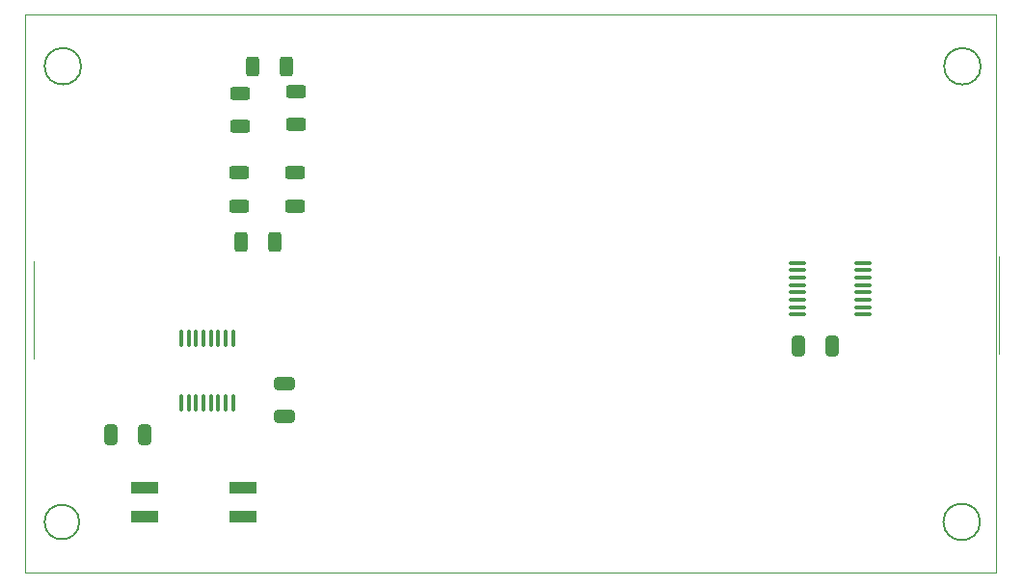
<source format=gbr>
%TF.GenerationSoftware,KiCad,Pcbnew,8.0.0*%
%TF.CreationDate,2024-03-23T17:17:28+01:00*%
%TF.ProjectId,Filter,46696c74-6572-42e6-9b69-6361645f7063,rev?*%
%TF.SameCoordinates,Original*%
%TF.FileFunction,Paste,Top*%
%TF.FilePolarity,Positive*%
%FSLAX45Y45*%
G04 Gerber Fmt 4.5, Leading zero omitted, Abs format (unit mm)*
G04 Created by KiCad (PCBNEW 8.0.0) date 2024-03-23 17:17:28*
%MOMM*%
%LPD*%
G01*
G04 APERTURE LIST*
G04 Aperture macros list*
%AMRoundRect*
0 Rectangle with rounded corners*
0 $1 Rounding radius*
0 $2 $3 $4 $5 $6 $7 $8 $9 X,Y pos of 4 corners*
0 Add a 4 corners polygon primitive as box body*
4,1,4,$2,$3,$4,$5,$6,$7,$8,$9,$2,$3,0*
0 Add four circle primitives for the rounded corners*
1,1,$1+$1,$2,$3*
1,1,$1+$1,$4,$5*
1,1,$1+$1,$6,$7*
1,1,$1+$1,$8,$9*
0 Add four rect primitives between the rounded corners*
20,1,$1+$1,$2,$3,$4,$5,0*
20,1,$1+$1,$4,$5,$6,$7,0*
20,1,$1+$1,$6,$7,$8,$9,0*
20,1,$1+$1,$8,$9,$2,$3,0*%
G04 Aperture macros list end*
%ADD10RoundRect,0.250000X0.625000X-0.312500X0.625000X0.312500X-0.625000X0.312500X-0.625000X-0.312500X0*%
%ADD11RoundRect,0.250000X-0.650000X0.325000X-0.650000X-0.325000X0.650000X-0.325000X0.650000X0.325000X0*%
%ADD12RoundRect,0.250000X-0.625000X0.312500X-0.625000X-0.312500X0.625000X-0.312500X0.625000X0.312500X0*%
%ADD13R,2.440000X1.120000*%
%ADD14RoundRect,0.250000X-0.325000X-0.650000X0.325000X-0.650000X0.325000X0.650000X-0.325000X0.650000X0*%
%ADD15RoundRect,0.100000X0.637500X0.100000X-0.637500X0.100000X-0.637500X-0.100000X0.637500X-0.100000X0*%
%ADD16RoundRect,0.250000X-0.312500X-0.625000X0.312500X-0.625000X0.312500X0.625000X-0.312500X0.625000X0*%
%ADD17RoundRect,0.250000X0.325000X0.650000X-0.325000X0.650000X-0.325000X-0.650000X0.325000X-0.650000X0*%
%ADD18RoundRect,0.100000X-0.100000X0.637500X-0.100000X-0.637500X0.100000X-0.637500X0.100000X0.637500X0*%
%TA.AperFunction,Profile*%
%ADD19C,0.100000*%
%TD*%
%TA.AperFunction,Profile*%
%ADD20C,0.200000*%
%TD*%
G04 APERTURE END LIST*
D10*
%TO.C,R10*%
X14016750Y-7858750D03*
X14016750Y-7566250D03*
%TD*%
D11*
%TO.C,C15*%
X13920000Y-9415000D03*
X13920000Y-9710000D03*
%TD*%
D12*
%TO.C,R7*%
X14025000Y-6849750D03*
X14025000Y-7142250D03*
%TD*%
D13*
%TO.C,SW1*%
X12694500Y-10333000D03*
X12694500Y-10587000D03*
X13555500Y-10587000D03*
X13555500Y-10333000D03*
%TD*%
D14*
%TO.C,C17*%
X18436500Y-9091000D03*
X18731500Y-9091000D03*
%TD*%
D15*
%TO.C,U2*%
X18997000Y-8812000D03*
X18997000Y-8747000D03*
X18997000Y-8682000D03*
X18997000Y-8617000D03*
X18997000Y-8552000D03*
X18997000Y-8487000D03*
X18997000Y-8422000D03*
X18997000Y-8357000D03*
X18424500Y-8357000D03*
X18424500Y-8422000D03*
X18424500Y-8487000D03*
X18424500Y-8552000D03*
X18424500Y-8617000D03*
X18424500Y-8682000D03*
X18424500Y-8747000D03*
X18424500Y-8812000D03*
%TD*%
D16*
%TO.C,R5*%
X13644000Y-6632750D03*
X13936500Y-6632750D03*
%TD*%
D17*
%TO.C,C19*%
X12695000Y-9870000D03*
X12400000Y-9870000D03*
%TD*%
D10*
%TO.C,R8*%
X13524750Y-7859750D03*
X13524750Y-7567250D03*
%TD*%
D16*
%TO.C,R9*%
X13542500Y-8170000D03*
X13835000Y-8170000D03*
%TD*%
D12*
%TO.C,R6*%
X13531000Y-6865750D03*
X13531000Y-7158250D03*
%TD*%
D18*
%TO.C,U1*%
X13468750Y-9019000D03*
X13403750Y-9019000D03*
X13338750Y-9019000D03*
X13273750Y-9019000D03*
X13208750Y-9019000D03*
X13143750Y-9019000D03*
X13078750Y-9019000D03*
X13013750Y-9019000D03*
X13013750Y-9591500D03*
X13078750Y-9591500D03*
X13143750Y-9591500D03*
X13208750Y-9591500D03*
X13273750Y-9591500D03*
X13338750Y-9591500D03*
X13403750Y-9591500D03*
X13468750Y-9591500D03*
%TD*%
D19*
X11642500Y-6173000D02*
X20173000Y-6173000D01*
X20173000Y-11077000D01*
X11642500Y-11077000D01*
X11642500Y-6173000D01*
D20*
X12135351Y-6630000D02*
G75*
G02*
X11814649Y-6630000I-160351J0D01*
G01*
X11814649Y-6630000D02*
G75*
G02*
X12135351Y-6630000I160351J0D01*
G01*
X20028351Y-10633000D02*
G75*
G02*
X19707649Y-10633000I-160351J0D01*
G01*
X19707649Y-10633000D02*
G75*
G02*
X20028351Y-10633000I160351J0D01*
G01*
X20034351Y-6631000D02*
G75*
G02*
X19713649Y-6631000I-160351J0D01*
G01*
X19713649Y-6631000D02*
G75*
G02*
X20034351Y-6631000I160351J0D01*
G01*
X12119000Y-10634000D02*
G75*
G02*
X11815000Y-10634000I-152000J0D01*
G01*
X11815000Y-10634000D02*
G75*
G02*
X12119000Y-10634000I152000J0D01*
G01*
D19*
%TO.C,J1*%
X11718000Y-8340000D02*
X11718000Y-9200000D01*
%TO.C,J4*%
X20195000Y-9157000D02*
X20195000Y-8297000D01*
%TD*%
M02*

</source>
